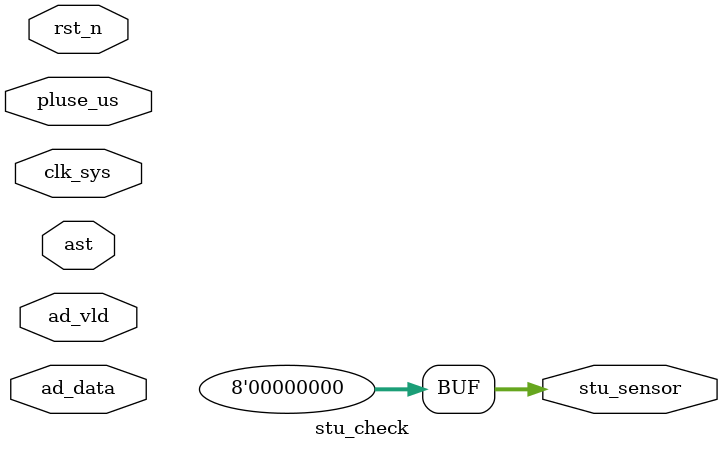
<source format=v>

module stu_check(
ast,
ad_data,
ad_vld,
//configuration
stu_sensor,
//clk rst
clk_sys,
pluse_us,
rst_n
);
input ast;
input [15:0]	ad_data;
input 				ad_vld;
//configuration
output [7:0]	stu_sensor;
//clk rst
input clk_sys;
input pluse_us;
input rst_n;

//-------------------------------------
//-------------------------------------

//no logic
wire [7:0]	stu_sensor = 8'h0;

endmodule

</source>
